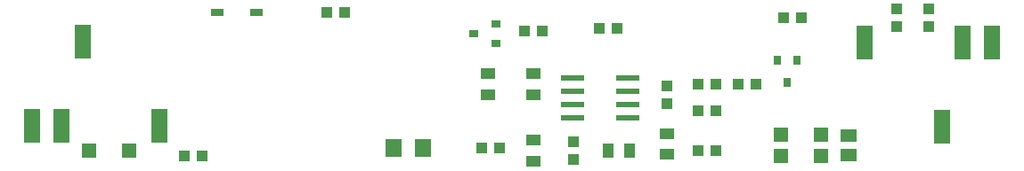
<source format=gtp>
G75*
%MOIN*%
%OFA0B0*%
%FSLAX25Y25*%
%IPPOS*%
%LPD*%
%AMOC8*
5,1,8,0,0,1.08239X$1,22.5*
%
%ADD10R,0.05512X0.04331*%
%ADD11R,0.04331X0.05512*%
%ADD12R,0.06299X0.07087*%
%ADD13R,0.05512X0.05512*%
%ADD14R,0.04724X0.02756*%
%ADD15R,0.08661X0.02362*%
%ADD16R,0.03543X0.03150*%
%ADD17R,0.03150X0.03543*%
%ADD18R,0.03937X0.04331*%
%ADD19R,0.05906X0.05118*%
%ADD20R,0.04331X0.03937*%
%ADD21R,0.06000X0.12500*%
D10*
X0184300Y0037363D03*
X0201300Y0037363D03*
X0201300Y0045237D03*
X0184300Y0045237D03*
X0251300Y0022737D03*
X0251300Y0014863D03*
X0201300Y0012363D03*
X0201300Y0020237D03*
D11*
X0229363Y0016300D03*
X0237237Y0016300D03*
D12*
X0159812Y0017300D03*
X0148788Y0017300D03*
D13*
X0049780Y0016300D03*
X0034820Y0016300D03*
X0293820Y0014300D03*
X0308780Y0014300D03*
X0308780Y0022300D03*
X0293820Y0022300D03*
D14*
X0097583Y0068300D03*
X0083017Y0068300D03*
D15*
X0216064Y0043800D03*
X0236536Y0043800D03*
X0236536Y0038800D03*
X0236536Y0033800D03*
X0236536Y0028800D03*
X0216064Y0028800D03*
X0216064Y0033800D03*
X0216064Y0038800D03*
D16*
X0187237Y0056560D03*
X0178969Y0060300D03*
X0187237Y0064040D03*
D17*
X0292560Y0050237D03*
X0300040Y0050237D03*
X0296300Y0041969D03*
D18*
X0070454Y0014300D03*
X0077146Y0014300D03*
X0181954Y0017300D03*
X0188646Y0017300D03*
X0262954Y0016300D03*
X0269646Y0016300D03*
X0269646Y0031300D03*
X0262954Y0031300D03*
X0262954Y0041300D03*
X0269646Y0041300D03*
X0277954Y0041300D03*
X0284646Y0041300D03*
X0204646Y0061300D03*
X0197954Y0061300D03*
X0225954Y0062300D03*
X0232646Y0062300D03*
X0294954Y0066300D03*
X0301646Y0066300D03*
X0130646Y0068300D03*
X0123954Y0068300D03*
D19*
X0319300Y0022040D03*
X0319300Y0014560D03*
D20*
X0251300Y0033954D03*
X0251300Y0040646D03*
X0216300Y0019646D03*
X0216300Y0012954D03*
X0337300Y0062954D03*
X0349300Y0062954D03*
X0349300Y0069646D03*
X0337300Y0069646D03*
D21*
X0325402Y0057050D03*
X0361969Y0057050D03*
X0372891Y0057050D03*
X0354158Y0025440D03*
X0061213Y0025550D03*
X0024646Y0025550D03*
X0013724Y0025550D03*
X0032457Y0057160D03*
M02*

</source>
